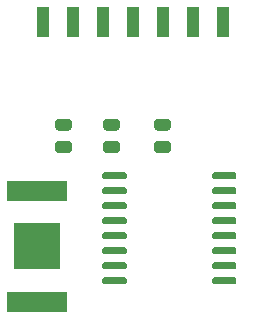
<source format=gbr>
%TF.GenerationSoftware,KiCad,Pcbnew,(5.1.6)-1*%
%TF.CreationDate,2020-10-31T14:58:00+02:00*%
%TF.ProjectId,zigbee-raspberry-module,7a696762-6565-42d7-9261-737062657272,rev?*%
%TF.SameCoordinates,Original*%
%TF.FileFunction,Paste,Bot*%
%TF.FilePolarity,Positive*%
%FSLAX46Y46*%
G04 Gerber Fmt 4.6, Leading zero omitted, Abs format (unit mm)*
G04 Created by KiCad (PCBNEW (5.1.6)-1) date 2020-10-31 14:58:00*
%MOMM*%
%LPD*%
G01*
G04 APERTURE LIST*
%ADD10R,3.960000X3.960000*%
%ADD11R,5.080000X1.780000*%
%ADD12R,1.000000X2.500000*%
G04 APERTURE END LIST*
D10*
%TO.C,BT1*%
X141478000Y-99440000D03*
D11*
X141478000Y-104140000D03*
X141478000Y-94740000D03*
%TD*%
%TO.C,U2*%
G36*
G01*
X149107000Y-93322000D02*
X149107000Y-93622000D01*
G75*
G02*
X148957000Y-93772000I-150000J0D01*
G01*
X147207000Y-93772000D01*
G75*
G02*
X147057000Y-93622000I0J150000D01*
G01*
X147057000Y-93322000D01*
G75*
G02*
X147207000Y-93172000I150000J0D01*
G01*
X148957000Y-93172000D01*
G75*
G02*
X149107000Y-93322000I0J-150000D01*
G01*
G37*
G36*
G01*
X149107000Y-94592000D02*
X149107000Y-94892000D01*
G75*
G02*
X148957000Y-95042000I-150000J0D01*
G01*
X147207000Y-95042000D01*
G75*
G02*
X147057000Y-94892000I0J150000D01*
G01*
X147057000Y-94592000D01*
G75*
G02*
X147207000Y-94442000I150000J0D01*
G01*
X148957000Y-94442000D01*
G75*
G02*
X149107000Y-94592000I0J-150000D01*
G01*
G37*
G36*
G01*
X149107000Y-95862000D02*
X149107000Y-96162000D01*
G75*
G02*
X148957000Y-96312000I-150000J0D01*
G01*
X147207000Y-96312000D01*
G75*
G02*
X147057000Y-96162000I0J150000D01*
G01*
X147057000Y-95862000D01*
G75*
G02*
X147207000Y-95712000I150000J0D01*
G01*
X148957000Y-95712000D01*
G75*
G02*
X149107000Y-95862000I0J-150000D01*
G01*
G37*
G36*
G01*
X149107000Y-97132000D02*
X149107000Y-97432000D01*
G75*
G02*
X148957000Y-97582000I-150000J0D01*
G01*
X147207000Y-97582000D01*
G75*
G02*
X147057000Y-97432000I0J150000D01*
G01*
X147057000Y-97132000D01*
G75*
G02*
X147207000Y-96982000I150000J0D01*
G01*
X148957000Y-96982000D01*
G75*
G02*
X149107000Y-97132000I0J-150000D01*
G01*
G37*
G36*
G01*
X149107000Y-98402000D02*
X149107000Y-98702000D01*
G75*
G02*
X148957000Y-98852000I-150000J0D01*
G01*
X147207000Y-98852000D01*
G75*
G02*
X147057000Y-98702000I0J150000D01*
G01*
X147057000Y-98402000D01*
G75*
G02*
X147207000Y-98252000I150000J0D01*
G01*
X148957000Y-98252000D01*
G75*
G02*
X149107000Y-98402000I0J-150000D01*
G01*
G37*
G36*
G01*
X149107000Y-99672000D02*
X149107000Y-99972000D01*
G75*
G02*
X148957000Y-100122000I-150000J0D01*
G01*
X147207000Y-100122000D01*
G75*
G02*
X147057000Y-99972000I0J150000D01*
G01*
X147057000Y-99672000D01*
G75*
G02*
X147207000Y-99522000I150000J0D01*
G01*
X148957000Y-99522000D01*
G75*
G02*
X149107000Y-99672000I0J-150000D01*
G01*
G37*
G36*
G01*
X149107000Y-100942000D02*
X149107000Y-101242000D01*
G75*
G02*
X148957000Y-101392000I-150000J0D01*
G01*
X147207000Y-101392000D01*
G75*
G02*
X147057000Y-101242000I0J150000D01*
G01*
X147057000Y-100942000D01*
G75*
G02*
X147207000Y-100792000I150000J0D01*
G01*
X148957000Y-100792000D01*
G75*
G02*
X149107000Y-100942000I0J-150000D01*
G01*
G37*
G36*
G01*
X149107000Y-102212000D02*
X149107000Y-102512000D01*
G75*
G02*
X148957000Y-102662000I-150000J0D01*
G01*
X147207000Y-102662000D01*
G75*
G02*
X147057000Y-102512000I0J150000D01*
G01*
X147057000Y-102212000D01*
G75*
G02*
X147207000Y-102062000I150000J0D01*
G01*
X148957000Y-102062000D01*
G75*
G02*
X149107000Y-102212000I0J-150000D01*
G01*
G37*
G36*
G01*
X158407000Y-102212000D02*
X158407000Y-102512000D01*
G75*
G02*
X158257000Y-102662000I-150000J0D01*
G01*
X156507000Y-102662000D01*
G75*
G02*
X156357000Y-102512000I0J150000D01*
G01*
X156357000Y-102212000D01*
G75*
G02*
X156507000Y-102062000I150000J0D01*
G01*
X158257000Y-102062000D01*
G75*
G02*
X158407000Y-102212000I0J-150000D01*
G01*
G37*
G36*
G01*
X158407000Y-100942000D02*
X158407000Y-101242000D01*
G75*
G02*
X158257000Y-101392000I-150000J0D01*
G01*
X156507000Y-101392000D01*
G75*
G02*
X156357000Y-101242000I0J150000D01*
G01*
X156357000Y-100942000D01*
G75*
G02*
X156507000Y-100792000I150000J0D01*
G01*
X158257000Y-100792000D01*
G75*
G02*
X158407000Y-100942000I0J-150000D01*
G01*
G37*
G36*
G01*
X158407000Y-99672000D02*
X158407000Y-99972000D01*
G75*
G02*
X158257000Y-100122000I-150000J0D01*
G01*
X156507000Y-100122000D01*
G75*
G02*
X156357000Y-99972000I0J150000D01*
G01*
X156357000Y-99672000D01*
G75*
G02*
X156507000Y-99522000I150000J0D01*
G01*
X158257000Y-99522000D01*
G75*
G02*
X158407000Y-99672000I0J-150000D01*
G01*
G37*
G36*
G01*
X158407000Y-98402000D02*
X158407000Y-98702000D01*
G75*
G02*
X158257000Y-98852000I-150000J0D01*
G01*
X156507000Y-98852000D01*
G75*
G02*
X156357000Y-98702000I0J150000D01*
G01*
X156357000Y-98402000D01*
G75*
G02*
X156507000Y-98252000I150000J0D01*
G01*
X158257000Y-98252000D01*
G75*
G02*
X158407000Y-98402000I0J-150000D01*
G01*
G37*
G36*
G01*
X158407000Y-97132000D02*
X158407000Y-97432000D01*
G75*
G02*
X158257000Y-97582000I-150000J0D01*
G01*
X156507000Y-97582000D01*
G75*
G02*
X156357000Y-97432000I0J150000D01*
G01*
X156357000Y-97132000D01*
G75*
G02*
X156507000Y-96982000I150000J0D01*
G01*
X158257000Y-96982000D01*
G75*
G02*
X158407000Y-97132000I0J-150000D01*
G01*
G37*
G36*
G01*
X158407000Y-95862000D02*
X158407000Y-96162000D01*
G75*
G02*
X158257000Y-96312000I-150000J0D01*
G01*
X156507000Y-96312000D01*
G75*
G02*
X156357000Y-96162000I0J150000D01*
G01*
X156357000Y-95862000D01*
G75*
G02*
X156507000Y-95712000I150000J0D01*
G01*
X158257000Y-95712000D01*
G75*
G02*
X158407000Y-95862000I0J-150000D01*
G01*
G37*
G36*
G01*
X158407000Y-94592000D02*
X158407000Y-94892000D01*
G75*
G02*
X158257000Y-95042000I-150000J0D01*
G01*
X156507000Y-95042000D01*
G75*
G02*
X156357000Y-94892000I0J150000D01*
G01*
X156357000Y-94592000D01*
G75*
G02*
X156507000Y-94442000I150000J0D01*
G01*
X158257000Y-94442000D01*
G75*
G02*
X158407000Y-94592000I0J-150000D01*
G01*
G37*
G36*
G01*
X158407000Y-93322000D02*
X158407000Y-93622000D01*
G75*
G02*
X158257000Y-93772000I-150000J0D01*
G01*
X156507000Y-93772000D01*
G75*
G02*
X156357000Y-93622000I0J150000D01*
G01*
X156357000Y-93322000D01*
G75*
G02*
X156507000Y-93172000I150000J0D01*
G01*
X158257000Y-93172000D01*
G75*
G02*
X158407000Y-93322000I0J-150000D01*
G01*
G37*
%TD*%
%TO.C,R4*%
G36*
G01*
X151689750Y-90541500D02*
X152602250Y-90541500D01*
G75*
G02*
X152846000Y-90785250I0J-243750D01*
G01*
X152846000Y-91272750D01*
G75*
G02*
X152602250Y-91516500I-243750J0D01*
G01*
X151689750Y-91516500D01*
G75*
G02*
X151446000Y-91272750I0J243750D01*
G01*
X151446000Y-90785250D01*
G75*
G02*
X151689750Y-90541500I243750J0D01*
G01*
G37*
G36*
G01*
X151689750Y-88666500D02*
X152602250Y-88666500D01*
G75*
G02*
X152846000Y-88910250I0J-243750D01*
G01*
X152846000Y-89397750D01*
G75*
G02*
X152602250Y-89641500I-243750J0D01*
G01*
X151689750Y-89641500D01*
G75*
G02*
X151446000Y-89397750I0J243750D01*
G01*
X151446000Y-88910250D01*
G75*
G02*
X151689750Y-88666500I243750J0D01*
G01*
G37*
%TD*%
%TO.C,R3*%
G36*
G01*
X147371750Y-90541500D02*
X148284250Y-90541500D01*
G75*
G02*
X148528000Y-90785250I0J-243750D01*
G01*
X148528000Y-91272750D01*
G75*
G02*
X148284250Y-91516500I-243750J0D01*
G01*
X147371750Y-91516500D01*
G75*
G02*
X147128000Y-91272750I0J243750D01*
G01*
X147128000Y-90785250D01*
G75*
G02*
X147371750Y-90541500I243750J0D01*
G01*
G37*
G36*
G01*
X147371750Y-88666500D02*
X148284250Y-88666500D01*
G75*
G02*
X148528000Y-88910250I0J-243750D01*
G01*
X148528000Y-89397750D01*
G75*
G02*
X148284250Y-89641500I-243750J0D01*
G01*
X147371750Y-89641500D01*
G75*
G02*
X147128000Y-89397750I0J243750D01*
G01*
X147128000Y-88910250D01*
G75*
G02*
X147371750Y-88666500I243750J0D01*
G01*
G37*
%TD*%
%TO.C,R2*%
G36*
G01*
X143307750Y-90541500D02*
X144220250Y-90541500D01*
G75*
G02*
X144464000Y-90785250I0J-243750D01*
G01*
X144464000Y-91272750D01*
G75*
G02*
X144220250Y-91516500I-243750J0D01*
G01*
X143307750Y-91516500D01*
G75*
G02*
X143064000Y-91272750I0J243750D01*
G01*
X143064000Y-90785250D01*
G75*
G02*
X143307750Y-90541500I243750J0D01*
G01*
G37*
G36*
G01*
X143307750Y-88666500D02*
X144220250Y-88666500D01*
G75*
G02*
X144464000Y-88910250I0J-243750D01*
G01*
X144464000Y-89397750D01*
G75*
G02*
X144220250Y-89641500I-243750J0D01*
G01*
X143307750Y-89641500D01*
G75*
G02*
X143064000Y-89397750I0J243750D01*
G01*
X143064000Y-88910250D01*
G75*
G02*
X143307750Y-88666500I243750J0D01*
G01*
G37*
%TD*%
D12*
%TO.C,JTAG1*%
X141986000Y-80455000D03*
X144526000Y-80455000D03*
X147066000Y-80455000D03*
X149606000Y-80455000D03*
X152146000Y-80455000D03*
X154686000Y-80455000D03*
X157226000Y-80455000D03*
%TD*%
M02*

</source>
